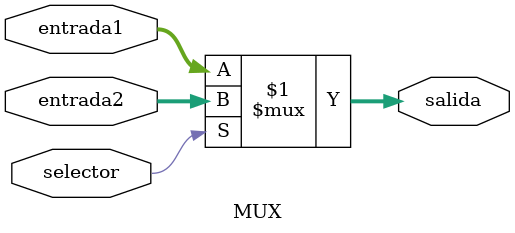
<source format=sv>
module MUX #(parameter n = 4) (input logic [n-1:0] entrada1,
										input logic [n-1:0] entrada2,
										input logic selector,
										output logic [n-1:0] salida
										);

	assign salida = selector ? entrada2 : entrada1;
										
endmodule
</source>
